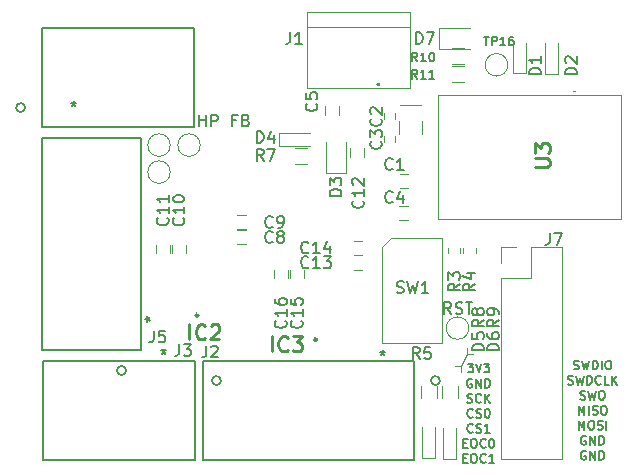
<source format=gbr>
G04 #@! TF.GenerationSoftware,KiCad,Pcbnew,(5.1.2)-1*
G04 #@! TF.CreationDate,2020-12-24T11:55:47-05:00*
G04 #@! TF.ProjectId,Glove PCB,476c6f76-6520-4504-9342-2e6b69636164,rev?*
G04 #@! TF.SameCoordinates,PX1312d00PYb80f240*
G04 #@! TF.FileFunction,Legend,Top*
G04 #@! TF.FilePolarity,Positive*
%FSLAX46Y46*%
G04 Gerber Fmt 4.6, Leading zero omitted, Abs format (unit mm)*
G04 Created by KiCad (PCBNEW (5.1.2)-1) date 2020-12-24 11:55:47*
%MOMM*%
%LPD*%
G04 APERTURE LIST*
%ADD10C,0.120000*%
%ADD11C,0.150000*%
%ADD12C,0.152400*%
%ADD13C,0.250000*%
%ADD14C,0.100000*%
%ADD15C,0.300000*%
%ADD16C,0.254000*%
G04 APERTURE END LIST*
D10*
X35880000Y9104000D02*
X35372000Y9104000D01*
X35880000Y8596000D02*
X35880000Y9104000D01*
X35880000Y9104000D02*
X35880000Y8596000D01*
X36388000Y10120000D02*
X35880000Y9104000D01*
X36896000Y10120000D02*
X36388000Y10120000D01*
X36388000Y10120000D02*
X36896000Y10120000D01*
X36388000Y10628000D02*
X36388000Y10120000D01*
D11*
X45466714Y8815429D02*
X45573857Y8779715D01*
X45752428Y8779715D01*
X45823857Y8815429D01*
X45859571Y8851143D01*
X45895285Y8922572D01*
X45895285Y8994000D01*
X45859571Y9065429D01*
X45823857Y9101143D01*
X45752428Y9136858D01*
X45609571Y9172572D01*
X45538142Y9208286D01*
X45502428Y9244000D01*
X45466714Y9315429D01*
X45466714Y9386858D01*
X45502428Y9458286D01*
X45538142Y9494000D01*
X45609571Y9529715D01*
X45788142Y9529715D01*
X45895285Y9494000D01*
X46145285Y9529715D02*
X46323857Y8779715D01*
X46466714Y9315429D01*
X46609571Y8779715D01*
X46788142Y9529715D01*
X47073857Y8779715D02*
X47073857Y9529715D01*
X47252428Y9529715D01*
X47359571Y9494000D01*
X47431000Y9422572D01*
X47466714Y9351143D01*
X47502428Y9208286D01*
X47502428Y9101143D01*
X47466714Y8958286D01*
X47431000Y8886858D01*
X47359571Y8815429D01*
X47252428Y8779715D01*
X47073857Y8779715D01*
X47823857Y8779715D02*
X47823857Y9529715D01*
X48323857Y9529715D02*
X48466714Y9529715D01*
X48538142Y9494000D01*
X48609571Y9422572D01*
X48645285Y9279715D01*
X48645285Y9029715D01*
X48609571Y8886858D01*
X48538142Y8815429D01*
X48466714Y8779715D01*
X48323857Y8779715D01*
X48252428Y8815429D01*
X48181000Y8886858D01*
X48145285Y9029715D01*
X48145285Y9279715D01*
X48181000Y9422572D01*
X48252428Y9494000D01*
X48323857Y9529715D01*
X44984571Y7540429D02*
X45091714Y7504715D01*
X45270285Y7504715D01*
X45341714Y7540429D01*
X45377428Y7576143D01*
X45413142Y7647572D01*
X45413142Y7719000D01*
X45377428Y7790429D01*
X45341714Y7826143D01*
X45270285Y7861858D01*
X45127428Y7897572D01*
X45056000Y7933286D01*
X45020285Y7969000D01*
X44984571Y8040429D01*
X44984571Y8111858D01*
X45020285Y8183286D01*
X45056000Y8219000D01*
X45127428Y8254715D01*
X45306000Y8254715D01*
X45413142Y8219000D01*
X45663142Y8254715D02*
X45841714Y7504715D01*
X45984571Y8040429D01*
X46127428Y7504715D01*
X46306000Y8254715D01*
X46591714Y7504715D02*
X46591714Y8254715D01*
X46770285Y8254715D01*
X46877428Y8219000D01*
X46948857Y8147572D01*
X46984571Y8076143D01*
X47020285Y7933286D01*
X47020285Y7826143D01*
X46984571Y7683286D01*
X46948857Y7611858D01*
X46877428Y7540429D01*
X46770285Y7504715D01*
X46591714Y7504715D01*
X47770285Y7576143D02*
X47734571Y7540429D01*
X47627428Y7504715D01*
X47556000Y7504715D01*
X47448857Y7540429D01*
X47377428Y7611858D01*
X47341714Y7683286D01*
X47306000Y7826143D01*
X47306000Y7933286D01*
X47341714Y8076143D01*
X47377428Y8147572D01*
X47448857Y8219000D01*
X47556000Y8254715D01*
X47627428Y8254715D01*
X47734571Y8219000D01*
X47770285Y8183286D01*
X48448857Y7504715D02*
X48091714Y7504715D01*
X48091714Y8254715D01*
X48698857Y7504715D02*
X48698857Y8254715D01*
X49127428Y7504715D02*
X48806000Y7933286D01*
X49127428Y8254715D02*
X48698857Y7826143D01*
X46020285Y6265429D02*
X46127428Y6229715D01*
X46306000Y6229715D01*
X46377428Y6265429D01*
X46413142Y6301143D01*
X46448857Y6372572D01*
X46448857Y6444000D01*
X46413142Y6515429D01*
X46377428Y6551143D01*
X46306000Y6586858D01*
X46163142Y6622572D01*
X46091714Y6658286D01*
X46056000Y6694000D01*
X46020285Y6765429D01*
X46020285Y6836858D01*
X46056000Y6908286D01*
X46091714Y6944000D01*
X46163142Y6979715D01*
X46341714Y6979715D01*
X46448857Y6944000D01*
X46698857Y6979715D02*
X46877428Y6229715D01*
X47020285Y6765429D01*
X47163142Y6229715D01*
X47341714Y6979715D01*
X47770285Y6979715D02*
X47913142Y6979715D01*
X47984571Y6944000D01*
X48056000Y6872572D01*
X48091714Y6729715D01*
X48091714Y6479715D01*
X48056000Y6336858D01*
X47984571Y6265429D01*
X47913142Y6229715D01*
X47770285Y6229715D01*
X47698857Y6265429D01*
X47627428Y6336858D01*
X47591714Y6479715D01*
X47591714Y6729715D01*
X47627428Y6872572D01*
X47698857Y6944000D01*
X47770285Y6979715D01*
X45877428Y4954715D02*
X45877428Y5704715D01*
X46127428Y5169000D01*
X46377428Y5704715D01*
X46377428Y4954715D01*
X46734571Y4954715D02*
X46734571Y5704715D01*
X47056000Y4990429D02*
X47163142Y4954715D01*
X47341714Y4954715D01*
X47413142Y4990429D01*
X47448857Y5026143D01*
X47484571Y5097572D01*
X47484571Y5169000D01*
X47448857Y5240429D01*
X47413142Y5276143D01*
X47341714Y5311858D01*
X47198857Y5347572D01*
X47127428Y5383286D01*
X47091714Y5419000D01*
X47056000Y5490429D01*
X47056000Y5561858D01*
X47091714Y5633286D01*
X47127428Y5669000D01*
X47198857Y5704715D01*
X47377428Y5704715D01*
X47484571Y5669000D01*
X47948857Y5704715D02*
X48091714Y5704715D01*
X48163142Y5669000D01*
X48234571Y5597572D01*
X48270285Y5454715D01*
X48270285Y5204715D01*
X48234571Y5061858D01*
X48163142Y4990429D01*
X48091714Y4954715D01*
X47948857Y4954715D01*
X47877428Y4990429D01*
X47806000Y5061858D01*
X47770285Y5204715D01*
X47770285Y5454715D01*
X47806000Y5597572D01*
X47877428Y5669000D01*
X47948857Y5704715D01*
X45877428Y3679715D02*
X45877428Y4429715D01*
X46127428Y3894000D01*
X46377428Y4429715D01*
X46377428Y3679715D01*
X46877428Y4429715D02*
X47020285Y4429715D01*
X47091714Y4394000D01*
X47163142Y4322572D01*
X47198857Y4179715D01*
X47198857Y3929715D01*
X47163142Y3786858D01*
X47091714Y3715429D01*
X47020285Y3679715D01*
X46877428Y3679715D01*
X46806000Y3715429D01*
X46734571Y3786858D01*
X46698857Y3929715D01*
X46698857Y4179715D01*
X46734571Y4322572D01*
X46806000Y4394000D01*
X46877428Y4429715D01*
X47484571Y3715429D02*
X47591714Y3679715D01*
X47770285Y3679715D01*
X47841714Y3715429D01*
X47877428Y3751143D01*
X47913142Y3822572D01*
X47913142Y3894000D01*
X47877428Y3965429D01*
X47841714Y4001143D01*
X47770285Y4036858D01*
X47627428Y4072572D01*
X47556000Y4108286D01*
X47520285Y4144000D01*
X47484571Y4215429D01*
X47484571Y4286858D01*
X47520285Y4358286D01*
X47556000Y4394000D01*
X47627428Y4429715D01*
X47806000Y4429715D01*
X47913142Y4394000D01*
X48234571Y3679715D02*
X48234571Y4429715D01*
X46484571Y3119000D02*
X46413142Y3154715D01*
X46306000Y3154715D01*
X46198857Y3119000D01*
X46127428Y3047572D01*
X46091714Y2976143D01*
X46056000Y2833286D01*
X46056000Y2726143D01*
X46091714Y2583286D01*
X46127428Y2511858D01*
X46198857Y2440429D01*
X46306000Y2404715D01*
X46377428Y2404715D01*
X46484571Y2440429D01*
X46520285Y2476143D01*
X46520285Y2726143D01*
X46377428Y2726143D01*
X46841714Y2404715D02*
X46841714Y3154715D01*
X47270285Y2404715D01*
X47270285Y3154715D01*
X47627428Y2404715D02*
X47627428Y3154715D01*
X47806000Y3154715D01*
X47913142Y3119000D01*
X47984571Y3047572D01*
X48020285Y2976143D01*
X48056000Y2833286D01*
X48056000Y2726143D01*
X48020285Y2583286D01*
X47984571Y2511858D01*
X47913142Y2440429D01*
X47806000Y2404715D01*
X47627428Y2404715D01*
X46484571Y1844000D02*
X46413142Y1879715D01*
X46306000Y1879715D01*
X46198857Y1844000D01*
X46127428Y1772572D01*
X46091714Y1701143D01*
X46056000Y1558286D01*
X46056000Y1451143D01*
X46091714Y1308286D01*
X46127428Y1236858D01*
X46198857Y1165429D01*
X46306000Y1129715D01*
X46377428Y1129715D01*
X46484571Y1165429D01*
X46520285Y1201143D01*
X46520285Y1451143D01*
X46377428Y1451143D01*
X46841714Y1129715D02*
X46841714Y1879715D01*
X47270285Y1129715D01*
X47270285Y1879715D01*
X47627428Y1129715D02*
X47627428Y1879715D01*
X47806000Y1879715D01*
X47913142Y1844000D01*
X47984571Y1772572D01*
X48020285Y1701143D01*
X48056000Y1558286D01*
X48056000Y1451143D01*
X48020285Y1308286D01*
X47984571Y1236858D01*
X47913142Y1165429D01*
X47806000Y1129715D01*
X47627428Y1129715D01*
X36475428Y9275715D02*
X36939714Y9275715D01*
X36689714Y8990000D01*
X36796857Y8990000D01*
X36868285Y8954286D01*
X36904000Y8918572D01*
X36939714Y8847143D01*
X36939714Y8668572D01*
X36904000Y8597143D01*
X36868285Y8561429D01*
X36796857Y8525715D01*
X36582571Y8525715D01*
X36511142Y8561429D01*
X36475428Y8597143D01*
X37154000Y9275715D02*
X37404000Y8525715D01*
X37654000Y9275715D01*
X37832571Y9275715D02*
X38296857Y9275715D01*
X38046857Y8990000D01*
X38154000Y8990000D01*
X38225428Y8954286D01*
X38261142Y8918572D01*
X38296857Y8847143D01*
X38296857Y8668572D01*
X38261142Y8597143D01*
X38225428Y8561429D01*
X38154000Y8525715D01*
X37939714Y8525715D01*
X37868285Y8561429D01*
X37832571Y8597143D01*
X36832571Y7965000D02*
X36761142Y8000715D01*
X36654000Y8000715D01*
X36546857Y7965000D01*
X36475428Y7893572D01*
X36439714Y7822143D01*
X36404000Y7679286D01*
X36404000Y7572143D01*
X36439714Y7429286D01*
X36475428Y7357858D01*
X36546857Y7286429D01*
X36654000Y7250715D01*
X36725428Y7250715D01*
X36832571Y7286429D01*
X36868285Y7322143D01*
X36868285Y7572143D01*
X36725428Y7572143D01*
X37189714Y7250715D02*
X37189714Y8000715D01*
X37618285Y7250715D01*
X37618285Y8000715D01*
X37975428Y7250715D02*
X37975428Y8000715D01*
X38154000Y8000715D01*
X38261142Y7965000D01*
X38332571Y7893572D01*
X38368285Y7822143D01*
X38404000Y7679286D01*
X38404000Y7572143D01*
X38368285Y7429286D01*
X38332571Y7357858D01*
X38261142Y7286429D01*
X38154000Y7250715D01*
X37975428Y7250715D01*
X36439714Y6011429D02*
X36546857Y5975715D01*
X36725428Y5975715D01*
X36796857Y6011429D01*
X36832571Y6047143D01*
X36868285Y6118572D01*
X36868285Y6190000D01*
X36832571Y6261429D01*
X36796857Y6297143D01*
X36725428Y6332858D01*
X36582571Y6368572D01*
X36511142Y6404286D01*
X36475428Y6440000D01*
X36439714Y6511429D01*
X36439714Y6582858D01*
X36475428Y6654286D01*
X36511142Y6690000D01*
X36582571Y6725715D01*
X36761142Y6725715D01*
X36868285Y6690000D01*
X37618285Y6047143D02*
X37582571Y6011429D01*
X37475428Y5975715D01*
X37404000Y5975715D01*
X37296857Y6011429D01*
X37225428Y6082858D01*
X37189714Y6154286D01*
X37154000Y6297143D01*
X37154000Y6404286D01*
X37189714Y6547143D01*
X37225428Y6618572D01*
X37296857Y6690000D01*
X37404000Y6725715D01*
X37475428Y6725715D01*
X37582571Y6690000D01*
X37618285Y6654286D01*
X37939714Y5975715D02*
X37939714Y6725715D01*
X38368285Y5975715D02*
X38046857Y6404286D01*
X38368285Y6725715D02*
X37939714Y6297143D01*
X36921857Y4772143D02*
X36886142Y4736429D01*
X36779000Y4700715D01*
X36707571Y4700715D01*
X36600428Y4736429D01*
X36529000Y4807858D01*
X36493285Y4879286D01*
X36457571Y5022143D01*
X36457571Y5129286D01*
X36493285Y5272143D01*
X36529000Y5343572D01*
X36600428Y5415000D01*
X36707571Y5450715D01*
X36779000Y5450715D01*
X36886142Y5415000D01*
X36921857Y5379286D01*
X37207571Y4736429D02*
X37314714Y4700715D01*
X37493285Y4700715D01*
X37564714Y4736429D01*
X37600428Y4772143D01*
X37636142Y4843572D01*
X37636142Y4915000D01*
X37600428Y4986429D01*
X37564714Y5022143D01*
X37493285Y5057858D01*
X37350428Y5093572D01*
X37279000Y5129286D01*
X37243285Y5165000D01*
X37207571Y5236429D01*
X37207571Y5307858D01*
X37243285Y5379286D01*
X37279000Y5415000D01*
X37350428Y5450715D01*
X37529000Y5450715D01*
X37636142Y5415000D01*
X38100428Y5450715D02*
X38171857Y5450715D01*
X38243285Y5415000D01*
X38279000Y5379286D01*
X38314714Y5307858D01*
X38350428Y5165000D01*
X38350428Y4986429D01*
X38314714Y4843572D01*
X38279000Y4772143D01*
X38243285Y4736429D01*
X38171857Y4700715D01*
X38100428Y4700715D01*
X38029000Y4736429D01*
X37993285Y4772143D01*
X37957571Y4843572D01*
X37921857Y4986429D01*
X37921857Y5165000D01*
X37957571Y5307858D01*
X37993285Y5379286D01*
X38029000Y5415000D01*
X38100428Y5450715D01*
X36921857Y3497143D02*
X36886142Y3461429D01*
X36779000Y3425715D01*
X36707571Y3425715D01*
X36600428Y3461429D01*
X36529000Y3532858D01*
X36493285Y3604286D01*
X36457571Y3747143D01*
X36457571Y3854286D01*
X36493285Y3997143D01*
X36529000Y4068572D01*
X36600428Y4140000D01*
X36707571Y4175715D01*
X36779000Y4175715D01*
X36886142Y4140000D01*
X36921857Y4104286D01*
X37207571Y3461429D02*
X37314714Y3425715D01*
X37493285Y3425715D01*
X37564714Y3461429D01*
X37600428Y3497143D01*
X37636142Y3568572D01*
X37636142Y3640000D01*
X37600428Y3711429D01*
X37564714Y3747143D01*
X37493285Y3782858D01*
X37350428Y3818572D01*
X37279000Y3854286D01*
X37243285Y3890000D01*
X37207571Y3961429D01*
X37207571Y4032858D01*
X37243285Y4104286D01*
X37279000Y4140000D01*
X37350428Y4175715D01*
X37529000Y4175715D01*
X37636142Y4140000D01*
X38350428Y3425715D02*
X37921857Y3425715D01*
X38136142Y3425715D02*
X38136142Y4175715D01*
X38064714Y4068572D01*
X37993285Y3997143D01*
X37921857Y3961429D01*
X36118285Y2543572D02*
X36368285Y2543572D01*
X36475428Y2150715D02*
X36118285Y2150715D01*
X36118285Y2900715D01*
X36475428Y2900715D01*
X36939714Y2900715D02*
X37082571Y2900715D01*
X37154000Y2865000D01*
X37225428Y2793572D01*
X37261142Y2650715D01*
X37261142Y2400715D01*
X37225428Y2257858D01*
X37154000Y2186429D01*
X37082571Y2150715D01*
X36939714Y2150715D01*
X36868285Y2186429D01*
X36796857Y2257858D01*
X36761142Y2400715D01*
X36761142Y2650715D01*
X36796857Y2793572D01*
X36868285Y2865000D01*
X36939714Y2900715D01*
X38011142Y2222143D02*
X37975428Y2186429D01*
X37868285Y2150715D01*
X37796857Y2150715D01*
X37689714Y2186429D01*
X37618285Y2257858D01*
X37582571Y2329286D01*
X37546857Y2472143D01*
X37546857Y2579286D01*
X37582571Y2722143D01*
X37618285Y2793572D01*
X37689714Y2865000D01*
X37796857Y2900715D01*
X37868285Y2900715D01*
X37975428Y2865000D01*
X38011142Y2829286D01*
X38475428Y2900715D02*
X38546857Y2900715D01*
X38618285Y2865000D01*
X38654000Y2829286D01*
X38689714Y2757858D01*
X38725428Y2615000D01*
X38725428Y2436429D01*
X38689714Y2293572D01*
X38654000Y2222143D01*
X38618285Y2186429D01*
X38546857Y2150715D01*
X38475428Y2150715D01*
X38404000Y2186429D01*
X38368285Y2222143D01*
X38332571Y2293572D01*
X38296857Y2436429D01*
X38296857Y2615000D01*
X38332571Y2757858D01*
X38368285Y2829286D01*
X38404000Y2865000D01*
X38475428Y2900715D01*
X36118285Y1268572D02*
X36368285Y1268572D01*
X36475428Y875715D02*
X36118285Y875715D01*
X36118285Y1625715D01*
X36475428Y1625715D01*
X36939714Y1625715D02*
X37082571Y1625715D01*
X37154000Y1590000D01*
X37225428Y1518572D01*
X37261142Y1375715D01*
X37261142Y1125715D01*
X37225428Y982858D01*
X37154000Y911429D01*
X37082571Y875715D01*
X36939714Y875715D01*
X36868285Y911429D01*
X36796857Y982858D01*
X36761142Y1125715D01*
X36761142Y1375715D01*
X36796857Y1518572D01*
X36868285Y1590000D01*
X36939714Y1625715D01*
X38011142Y947143D02*
X37975428Y911429D01*
X37868285Y875715D01*
X37796857Y875715D01*
X37689714Y911429D01*
X37618285Y982858D01*
X37582571Y1054286D01*
X37546857Y1197143D01*
X37546857Y1304286D01*
X37582571Y1447143D01*
X37618285Y1518572D01*
X37689714Y1590000D01*
X37796857Y1625715D01*
X37868285Y1625715D01*
X37975428Y1590000D01*
X38011142Y1554286D01*
X38725428Y875715D02*
X38296857Y875715D01*
X38511142Y875715D02*
X38511142Y1625715D01*
X38439714Y1518572D01*
X38368285Y1447143D01*
X38296857Y1411429D01*
D12*
X7559000Y8686500D02*
G75*
G03X7559000Y8686500I-381000J0D01*
G01*
X451001Y10464500D02*
X8807601Y10464500D01*
X451001Y28371500D02*
X451001Y10464500D01*
X8807601Y28371500D02*
X451001Y28371500D01*
X8807601Y10464500D02*
X8807601Y28371500D01*
D10*
X32585000Y29800000D02*
X32585000Y28700000D01*
X30685000Y29800000D02*
X30685000Y28700000D01*
X32535000Y31200000D02*
X30735000Y31200000D01*
X36182000Y33143000D02*
X35182000Y33143000D01*
X35182000Y34503000D02*
X36182000Y34503000D01*
X35182000Y35966500D02*
X36182000Y35966500D01*
X36182000Y34606500D02*
X35182000Y34606500D01*
X34298300Y6353400D02*
X34298300Y7353400D01*
X35658300Y7353400D02*
X35658300Y6353400D01*
X32520300Y6353400D02*
X32520300Y7353400D01*
X33880300Y7353400D02*
X33880300Y6353400D01*
X22875000Y26204000D02*
X21875000Y26204000D01*
X21875000Y27564000D02*
X22875000Y27564000D01*
X34798500Y19093000D02*
X34798500Y18653000D01*
X35818500Y19093000D02*
X35818500Y18653000D01*
D12*
X34138500Y7834000D02*
G75*
G03X34138500Y7834000I-381000J0D01*
G01*
X31979500Y1107001D02*
X31979500Y9463601D01*
X14072500Y1107001D02*
X31979500Y1107001D01*
X14072500Y9463601D02*
X14072500Y1107001D01*
X31979500Y9463601D02*
X14072500Y9463601D01*
D13*
X13689000Y13366000D02*
G75*
G03X13689000Y13366000I-125000J0D01*
G01*
D10*
X29204000Y19150000D02*
X30004000Y19950000D01*
X30004000Y19950000D02*
X34304000Y19950000D01*
X34304000Y19950000D02*
X34304000Y11050000D01*
X34304000Y11050000D02*
X29204000Y11050000D01*
X29204000Y11050000D02*
X29204000Y19150000D01*
X26851200Y19678000D02*
X27551200Y19678000D01*
X27551200Y18478000D02*
X26851200Y18478000D01*
X20075000Y16513000D02*
X20075000Y17213000D01*
X21275000Y17213000D02*
X21275000Y16513000D01*
X27551200Y17228000D02*
X26851200Y17228000D01*
X26851200Y18428000D02*
X27551200Y18428000D01*
X21437000Y16513000D02*
X21437000Y17213000D01*
X22637000Y17213000D02*
X22637000Y16513000D01*
X26550000Y26800000D02*
X26550000Y27500000D01*
X27750000Y27500000D02*
X27750000Y26800000D01*
D12*
X410500Y29318399D02*
X13317500Y29318399D01*
X13317500Y29318399D02*
X13317500Y37674999D01*
X13317500Y37674999D02*
X410500Y37674999D01*
X410500Y37674999D02*
X410500Y29318399D01*
X-986500Y30948000D02*
G75*
G03X-986500Y30948000I-381000J0D01*
G01*
X15596500Y7834000D02*
G75*
G03X15596500Y7834000I-381000J0D01*
G01*
X13437500Y1107001D02*
X13437500Y9463601D01*
X530500Y1107001D02*
X13437500Y1107001D01*
X530500Y9463601D02*
X530500Y1107001D01*
X13437500Y9463601D02*
X530500Y9463601D01*
D14*
X45550000Y32350000D02*
G75*
G02X45450000Y32350000I-50000J0D01*
G01*
X45450000Y32350000D02*
G75*
G02X45550000Y32350000I50000J0D01*
G01*
X45450000Y32350000D02*
X45450000Y32350000D01*
X45550000Y32350000D02*
X45550000Y32350000D01*
X34000000Y32000000D02*
X49500000Y32000000D01*
X34000000Y21500000D02*
X34000000Y32000000D01*
X49500000Y21500000D02*
X34000000Y21500000D01*
X49500000Y32000000D02*
X49500000Y21500000D01*
D10*
X34094500Y37650000D02*
X36644500Y37650000D01*
X34094500Y35950000D02*
X36644500Y35950000D01*
X34094500Y37650000D02*
X34094500Y35950000D01*
X24500000Y25450000D02*
X24500000Y28000000D01*
X26200000Y25450000D02*
X26200000Y28000000D01*
X24500000Y25450000D02*
X26200000Y25450000D01*
X31470000Y24125000D02*
X30770000Y24125000D01*
X30770000Y25325000D02*
X31470000Y25325000D01*
X30704000Y22658000D02*
X31404000Y22658000D01*
X31404000Y21458000D02*
X30704000Y21458000D01*
X24400000Y30350000D02*
X24400000Y31050000D01*
X25600000Y31050000D02*
X25600000Y30350000D01*
X16988000Y20562500D02*
X17688000Y20562500D01*
X17688000Y19362500D02*
X16988000Y19362500D01*
X16988000Y21832500D02*
X17688000Y21832500D01*
X17688000Y20632500D02*
X16988000Y20632500D01*
X12638000Y19299000D02*
X12638000Y18599000D01*
X11438000Y18599000D02*
X11438000Y19299000D01*
X11288000Y19299000D02*
X11288000Y18599000D01*
X10088000Y18599000D02*
X10088000Y19299000D01*
X40283000Y33850000D02*
X41383000Y33850000D01*
X41383000Y33850000D02*
X41383000Y36450000D01*
X40283000Y33850000D02*
X40283000Y36450000D01*
X43013500Y33804000D02*
X44113500Y33804000D01*
X44113500Y33804000D02*
X44113500Y36404000D01*
X43013500Y33804000D02*
X43013500Y36404000D01*
X20534000Y28831000D02*
X20534000Y27731000D01*
X20534000Y27731000D02*
X23134000Y27731000D01*
X20534000Y28831000D02*
X23134000Y28831000D01*
X32650300Y1296900D02*
X33750300Y1296900D01*
X33750300Y1296900D02*
X33750300Y3896900D01*
X32650300Y1296900D02*
X32650300Y3896900D01*
X34428300Y1212900D02*
X35528300Y1212900D01*
X35528300Y1212900D02*
X35528300Y3812900D01*
X34428300Y1212900D02*
X34428300Y3812900D01*
D13*
X23722000Y11308600D02*
G75*
G03X23722000Y11308600I-125000J0D01*
G01*
D10*
X31600000Y39030000D02*
X31600000Y32620000D01*
X22900000Y37800000D02*
X31600000Y37800000D01*
X22900000Y32620000D02*
X22900000Y39030000D01*
X31600000Y32620000D02*
X22900000Y32620000D01*
X31600000Y39030000D02*
X22900000Y39030000D01*
D15*
X28920318Y32899420D02*
G75*
G03X28920318Y32899420I-9158J0D01*
G01*
D10*
X36132000Y19093000D02*
X36132000Y18653000D01*
X37152000Y19093000D02*
X37152000Y18653000D01*
X39878000Y34567500D02*
G75*
G03X39878000Y34567500I-950000J0D01*
G01*
X13843000Y27773000D02*
G75*
G03X13843000Y27773000I-950000J0D01*
G01*
X11303000Y25487000D02*
G75*
G03X11303000Y25487000I-950000J0D01*
G01*
X11303000Y27773000D02*
G75*
G03X11303000Y27773000I-950000J0D01*
G01*
X39274400Y1220800D02*
X44474400Y1220800D01*
X39274400Y16520800D02*
X39274400Y1220800D01*
X44474400Y19120800D02*
X44474400Y1220800D01*
X39274400Y16520800D02*
X41874400Y16520800D01*
X41874400Y16520800D02*
X41874400Y19120800D01*
X41874400Y19120800D02*
X44474400Y19120800D01*
X39274400Y17790800D02*
X39274400Y19120800D01*
X39274400Y19120800D02*
X40604400Y19120800D01*
X30355000Y29989500D02*
X30355000Y30489500D01*
X29415000Y30489500D02*
X29415000Y29989500D01*
X30355000Y28010500D02*
X30355000Y28510500D01*
X29415000Y28510500D02*
X29415000Y28010500D01*
X36576000Y12279000D02*
G75*
G03X36576000Y12279000I-950000J0D01*
G01*
D11*
X9892666Y12064620D02*
X9892666Y11350334D01*
X9845047Y11207477D01*
X9749809Y11112239D01*
X9606952Y11064620D01*
X9511714Y11064620D01*
X10845047Y12064620D02*
X10368857Y12064620D01*
X10321238Y11588429D01*
X10368857Y11636048D01*
X10464095Y11683667D01*
X10702190Y11683667D01*
X10797428Y11636048D01*
X10845047Y11588429D01*
X10892666Y11493191D01*
X10892666Y11255096D01*
X10845047Y11159858D01*
X10797428Y11112239D01*
X10702190Y11064620D01*
X10464095Y11064620D01*
X10368857Y11112239D01*
X10321238Y11159858D01*
X9170380Y13041000D02*
X9408476Y13041000D01*
X9313238Y12802905D02*
X9408476Y13041000D01*
X9313238Y13279096D01*
X9598952Y12898143D02*
X9408476Y13041000D01*
X9598952Y13183858D01*
X32222857Y33402715D02*
X31972857Y33759858D01*
X31794285Y33402715D02*
X31794285Y34152715D01*
X32080000Y34152715D01*
X32151428Y34117000D01*
X32187142Y34081286D01*
X32222857Y34009858D01*
X32222857Y33902715D01*
X32187142Y33831286D01*
X32151428Y33795572D01*
X32080000Y33759858D01*
X31794285Y33759858D01*
X32937142Y33402715D02*
X32508571Y33402715D01*
X32722857Y33402715D02*
X32722857Y34152715D01*
X32651428Y34045572D01*
X32580000Y33974143D01*
X32508571Y33938429D01*
X33651428Y33402715D02*
X33222857Y33402715D01*
X33437142Y33402715D02*
X33437142Y34152715D01*
X33365714Y34045572D01*
X33294285Y33974143D01*
X33222857Y33938429D01*
X32222857Y34863215D02*
X31972857Y35220358D01*
X31794285Y34863215D02*
X31794285Y35613215D01*
X32080000Y35613215D01*
X32151428Y35577500D01*
X32187142Y35541786D01*
X32222857Y35470358D01*
X32222857Y35363215D01*
X32187142Y35291786D01*
X32151428Y35256072D01*
X32080000Y35220358D01*
X31794285Y35220358D01*
X32937142Y34863215D02*
X32508571Y34863215D01*
X32722857Y34863215D02*
X32722857Y35613215D01*
X32651428Y35506072D01*
X32580000Y35434643D01*
X32508571Y35398929D01*
X33401428Y35613215D02*
X33472857Y35613215D01*
X33544285Y35577500D01*
X33580000Y35541786D01*
X33615714Y35470358D01*
X33651428Y35327500D01*
X33651428Y35148929D01*
X33615714Y35006072D01*
X33580000Y34934643D01*
X33544285Y34898929D01*
X33472857Y34863215D01*
X33401428Y34863215D01*
X33330000Y34898929D01*
X33294285Y34934643D01*
X33258571Y35006072D01*
X33222857Y35148929D01*
X33222857Y35327500D01*
X33258571Y35470358D01*
X33294285Y35541786D01*
X33330000Y35577500D01*
X33401428Y35613215D01*
X39126380Y13001334D02*
X38650190Y12668000D01*
X39126380Y12429905D02*
X38126380Y12429905D01*
X38126380Y12810858D01*
X38174000Y12906096D01*
X38221619Y12953715D01*
X38316857Y13001334D01*
X38459714Y13001334D01*
X38554952Y12953715D01*
X38602571Y12906096D01*
X38650190Y12810858D01*
X38650190Y12429905D01*
X39126380Y13477524D02*
X39126380Y13668000D01*
X39078761Y13763239D01*
X39031142Y13810858D01*
X38888285Y13906096D01*
X38697809Y13953715D01*
X38316857Y13953715D01*
X38221619Y13906096D01*
X38174000Y13858477D01*
X38126380Y13763239D01*
X38126380Y13572762D01*
X38174000Y13477524D01*
X38221619Y13429905D01*
X38316857Y13382286D01*
X38554952Y13382286D01*
X38650190Y13429905D01*
X38697809Y13477524D01*
X38745428Y13572762D01*
X38745428Y13763239D01*
X38697809Y13858477D01*
X38650190Y13906096D01*
X38554952Y13953715D01*
X37856380Y13001334D02*
X37380190Y12668000D01*
X37856380Y12429905D02*
X36856380Y12429905D01*
X36856380Y12810858D01*
X36904000Y12906096D01*
X36951619Y12953715D01*
X37046857Y13001334D01*
X37189714Y13001334D01*
X37284952Y12953715D01*
X37332571Y12906096D01*
X37380190Y12810858D01*
X37380190Y12429905D01*
X37284952Y13572762D02*
X37237333Y13477524D01*
X37189714Y13429905D01*
X37094476Y13382286D01*
X37046857Y13382286D01*
X36951619Y13429905D01*
X36904000Y13477524D01*
X36856380Y13572762D01*
X36856380Y13763239D01*
X36904000Y13858477D01*
X36951619Y13906096D01*
X37046857Y13953715D01*
X37094476Y13953715D01*
X37189714Y13906096D01*
X37237333Y13858477D01*
X37284952Y13763239D01*
X37284952Y13572762D01*
X37332571Y13477524D01*
X37380190Y13429905D01*
X37475428Y13382286D01*
X37665904Y13382286D01*
X37761142Y13429905D01*
X37808761Y13477524D01*
X37856380Y13572762D01*
X37856380Y13763239D01*
X37808761Y13858477D01*
X37761142Y13906096D01*
X37665904Y13953715D01*
X37475428Y13953715D01*
X37380190Y13906096D01*
X37332571Y13858477D01*
X37284952Y13763239D01*
X19203333Y26431620D02*
X18870000Y26907810D01*
X18631904Y26431620D02*
X18631904Y27431620D01*
X19012857Y27431620D01*
X19108095Y27384000D01*
X19155714Y27336381D01*
X19203333Y27241143D01*
X19203333Y27098286D01*
X19155714Y27003048D01*
X19108095Y26955429D01*
X19012857Y26907810D01*
X18631904Y26907810D01*
X19536666Y27431620D02*
X20203333Y27431620D01*
X19774761Y26431620D01*
X32411333Y9667620D02*
X32078000Y10143810D01*
X31839904Y9667620D02*
X31839904Y10667620D01*
X32220857Y10667620D01*
X32316095Y10620000D01*
X32363714Y10572381D01*
X32411333Y10477143D01*
X32411333Y10334286D01*
X32363714Y10239048D01*
X32316095Y10191429D01*
X32220857Y10143810D01*
X31839904Y10143810D01*
X33316095Y10667620D02*
X32839904Y10667620D01*
X32792285Y10191429D01*
X32839904Y10239048D01*
X32935142Y10286667D01*
X33173238Y10286667D01*
X33268476Y10239048D01*
X33316095Y10191429D01*
X33363714Y10096191D01*
X33363714Y9858096D01*
X33316095Y9762858D01*
X33268476Y9715239D01*
X33173238Y9667620D01*
X32935142Y9667620D01*
X32839904Y9715239D01*
X32792285Y9762858D01*
X35824380Y16049334D02*
X35348190Y15716000D01*
X35824380Y15477905D02*
X34824380Y15477905D01*
X34824380Y15858858D01*
X34872000Y15954096D01*
X34919619Y16001715D01*
X35014857Y16049334D01*
X35157714Y16049334D01*
X35252952Y16001715D01*
X35300571Y15954096D01*
X35348190Y15858858D01*
X35348190Y15477905D01*
X34824380Y16382667D02*
X34824380Y17001715D01*
X35205333Y16668381D01*
X35205333Y16811239D01*
X35252952Y16906477D01*
X35300571Y16954096D01*
X35395809Y17001715D01*
X35633904Y17001715D01*
X35729142Y16954096D01*
X35776761Y16906477D01*
X35824380Y16811239D01*
X35824380Y16525524D01*
X35776761Y16430286D01*
X35729142Y16382667D01*
X14337666Y10794620D02*
X14337666Y10080334D01*
X14290047Y9937477D01*
X14194809Y9842239D01*
X14051952Y9794620D01*
X13956714Y9794620D01*
X14766238Y10699381D02*
X14813857Y10747000D01*
X14909095Y10794620D01*
X15147190Y10794620D01*
X15242428Y10747000D01*
X15290047Y10699381D01*
X15337666Y10604143D01*
X15337666Y10508905D01*
X15290047Y10366048D01*
X14718619Y9794620D01*
X15337666Y9794620D01*
X29276000Y10413620D02*
X29276000Y10175524D01*
X29037904Y10270762D02*
X29276000Y10175524D01*
X29514095Y10270762D01*
X29133142Y9985048D02*
X29276000Y10175524D01*
X29418857Y9985048D01*
D16*
X12923238Y11323477D02*
X12923238Y12593477D01*
X14253714Y11444429D02*
X14193238Y11383953D01*
X14011809Y11323477D01*
X13890857Y11323477D01*
X13709428Y11383953D01*
X13588476Y11504905D01*
X13528000Y11625858D01*
X13467523Y11867762D01*
X13467523Y12049191D01*
X13528000Y12291096D01*
X13588476Y12412048D01*
X13709428Y12533000D01*
X13890857Y12593477D01*
X14011809Y12593477D01*
X14193238Y12533000D01*
X14253714Y12472524D01*
X14737523Y12472524D02*
X14798000Y12533000D01*
X14918952Y12593477D01*
X15221333Y12593477D01*
X15342285Y12533000D01*
X15402761Y12472524D01*
X15463238Y12351572D01*
X15463238Y12230620D01*
X15402761Y12049191D01*
X14677047Y11323477D01*
X15463238Y11323477D01*
D11*
X30482666Y15303239D02*
X30625523Y15255620D01*
X30863619Y15255620D01*
X30958857Y15303239D01*
X31006476Y15350858D01*
X31054095Y15446096D01*
X31054095Y15541334D01*
X31006476Y15636572D01*
X30958857Y15684191D01*
X30863619Y15731810D01*
X30673142Y15779429D01*
X30577904Y15827048D01*
X30530285Y15874667D01*
X30482666Y15969905D01*
X30482666Y16065143D01*
X30530285Y16160381D01*
X30577904Y16208000D01*
X30673142Y16255620D01*
X30911238Y16255620D01*
X31054095Y16208000D01*
X31387428Y16255620D02*
X31625523Y15255620D01*
X31816000Y15969905D01*
X32006476Y15255620D01*
X32244571Y16255620D01*
X33149333Y15255620D02*
X32577904Y15255620D01*
X32863619Y15255620D02*
X32863619Y16255620D01*
X32768380Y16112762D01*
X32673142Y16017524D01*
X32577904Y15969905D01*
X23002342Y18700858D02*
X22954723Y18653239D01*
X22811866Y18605620D01*
X22716628Y18605620D01*
X22573771Y18653239D01*
X22478533Y18748477D01*
X22430914Y18843715D01*
X22383295Y19034191D01*
X22383295Y19177048D01*
X22430914Y19367524D01*
X22478533Y19462762D01*
X22573771Y19558000D01*
X22716628Y19605620D01*
X22811866Y19605620D01*
X22954723Y19558000D01*
X23002342Y19510381D01*
X23954723Y18605620D02*
X23383295Y18605620D01*
X23669009Y18605620D02*
X23669009Y19605620D01*
X23573771Y19462762D01*
X23478533Y19367524D01*
X23383295Y19319905D01*
X24811866Y19272286D02*
X24811866Y18605620D01*
X24573771Y19653239D02*
X24335676Y18938953D01*
X24954723Y18938953D01*
X21052142Y12918143D02*
X21099761Y12870524D01*
X21147380Y12727667D01*
X21147380Y12632429D01*
X21099761Y12489572D01*
X21004523Y12394334D01*
X20909285Y12346715D01*
X20718809Y12299096D01*
X20575952Y12299096D01*
X20385476Y12346715D01*
X20290238Y12394334D01*
X20195000Y12489572D01*
X20147380Y12632429D01*
X20147380Y12727667D01*
X20195000Y12870524D01*
X20242619Y12918143D01*
X21147380Y13870524D02*
X21147380Y13299096D01*
X21147380Y13584810D02*
X20147380Y13584810D01*
X20290238Y13489572D01*
X20385476Y13394334D01*
X20433095Y13299096D01*
X20147380Y14727667D02*
X20147380Y14537191D01*
X20195000Y14441953D01*
X20242619Y14394334D01*
X20385476Y14299096D01*
X20575952Y14251477D01*
X20956904Y14251477D01*
X21052142Y14299096D01*
X21099761Y14346715D01*
X21147380Y14441953D01*
X21147380Y14632429D01*
X21099761Y14727667D01*
X21052142Y14775286D01*
X20956904Y14822905D01*
X20718809Y14822905D01*
X20623571Y14775286D01*
X20575952Y14727667D01*
X20528333Y14632429D01*
X20528333Y14441953D01*
X20575952Y14346715D01*
X20623571Y14299096D01*
X20718809Y14251477D01*
X23002342Y17450858D02*
X22954723Y17403239D01*
X22811866Y17355620D01*
X22716628Y17355620D01*
X22573771Y17403239D01*
X22478533Y17498477D01*
X22430914Y17593715D01*
X22383295Y17784191D01*
X22383295Y17927048D01*
X22430914Y18117524D01*
X22478533Y18212762D01*
X22573771Y18308000D01*
X22716628Y18355620D01*
X22811866Y18355620D01*
X22954723Y18308000D01*
X23002342Y18260381D01*
X23954723Y17355620D02*
X23383295Y17355620D01*
X23669009Y17355620D02*
X23669009Y18355620D01*
X23573771Y18212762D01*
X23478533Y18117524D01*
X23383295Y18069905D01*
X24288057Y18355620D02*
X24907104Y18355620D01*
X24573771Y17974667D01*
X24716628Y17974667D01*
X24811866Y17927048D01*
X24859485Y17879429D01*
X24907104Y17784191D01*
X24907104Y17546096D01*
X24859485Y17450858D01*
X24811866Y17403239D01*
X24716628Y17355620D01*
X24430914Y17355620D01*
X24335676Y17403239D01*
X24288057Y17450858D01*
X22414142Y12918143D02*
X22461761Y12870524D01*
X22509380Y12727667D01*
X22509380Y12632429D01*
X22461761Y12489572D01*
X22366523Y12394334D01*
X22271285Y12346715D01*
X22080809Y12299096D01*
X21937952Y12299096D01*
X21747476Y12346715D01*
X21652238Y12394334D01*
X21557000Y12489572D01*
X21509380Y12632429D01*
X21509380Y12727667D01*
X21557000Y12870524D01*
X21604619Y12918143D01*
X22509380Y13870524D02*
X22509380Y13299096D01*
X22509380Y13584810D02*
X21509380Y13584810D01*
X21652238Y13489572D01*
X21747476Y13394334D01*
X21795095Y13299096D01*
X21509380Y14775286D02*
X21509380Y14299096D01*
X21985571Y14251477D01*
X21937952Y14299096D01*
X21890333Y14394334D01*
X21890333Y14632429D01*
X21937952Y14727667D01*
X21985571Y14775286D01*
X22080809Y14822905D01*
X22318904Y14822905D01*
X22414142Y14775286D01*
X22461761Y14727667D01*
X22509380Y14632429D01*
X22509380Y14394334D01*
X22461761Y14299096D01*
X22414142Y14251477D01*
X27601142Y23066143D02*
X27648761Y23018524D01*
X27696380Y22875667D01*
X27696380Y22780429D01*
X27648761Y22637572D01*
X27553523Y22542334D01*
X27458285Y22494715D01*
X27267809Y22447096D01*
X27124952Y22447096D01*
X26934476Y22494715D01*
X26839238Y22542334D01*
X26744000Y22637572D01*
X26696380Y22780429D01*
X26696380Y22875667D01*
X26744000Y23018524D01*
X26791619Y23066143D01*
X27696380Y24018524D02*
X27696380Y23447096D01*
X27696380Y23732810D02*
X26696380Y23732810D01*
X26839238Y23637572D01*
X26934476Y23542334D01*
X26982095Y23447096D01*
X26791619Y24399477D02*
X26744000Y24447096D01*
X26696380Y24542334D01*
X26696380Y24780429D01*
X26744000Y24875667D01*
X26791619Y24923286D01*
X26886857Y24970905D01*
X26982095Y24970905D01*
X27124952Y24923286D01*
X27696380Y24351858D01*
X27696380Y24970905D01*
X13718761Y29352620D02*
X13718761Y30352620D01*
X13718761Y29876429D02*
X14290190Y29876429D01*
X14290190Y29352620D02*
X14290190Y30352620D01*
X14766380Y29352620D02*
X14766380Y30352620D01*
X15147333Y30352620D01*
X15242571Y30305000D01*
X15290190Y30257381D01*
X15337809Y30162143D01*
X15337809Y30019286D01*
X15290190Y29924048D01*
X15242571Y29876429D01*
X15147333Y29828810D01*
X14766380Y29828810D01*
X16861619Y29876429D02*
X16528285Y29876429D01*
X16528285Y29352620D02*
X16528285Y30352620D01*
X17004476Y30352620D01*
X17718761Y29876429D02*
X17861619Y29828810D01*
X17909238Y29781191D01*
X17956857Y29685953D01*
X17956857Y29543096D01*
X17909238Y29447858D01*
X17861619Y29400239D01*
X17766380Y29352620D01*
X17385428Y29352620D01*
X17385428Y30352620D01*
X17718761Y30352620D01*
X17814000Y30305000D01*
X17861619Y30257381D01*
X17909238Y30162143D01*
X17909238Y30066905D01*
X17861619Y29971667D01*
X17814000Y29924048D01*
X17718761Y29876429D01*
X17385428Y29876429D01*
X3114000Y31495620D02*
X3114000Y31257524D01*
X2875904Y31352762D02*
X3114000Y31257524D01*
X3352095Y31352762D01*
X2971142Y31067048D02*
X3114000Y31257524D01*
X3256857Y31067048D01*
X12051666Y10921620D02*
X12051666Y10207334D01*
X12004047Y10064477D01*
X11908809Y9969239D01*
X11765952Y9921620D01*
X11670714Y9921620D01*
X12432619Y10921620D02*
X13051666Y10921620D01*
X12718333Y10540667D01*
X12861190Y10540667D01*
X12956428Y10493048D01*
X13004047Y10445429D01*
X13051666Y10350191D01*
X13051666Y10112096D01*
X13004047Y10016858D01*
X12956428Y9969239D01*
X12861190Y9921620D01*
X12575476Y9921620D01*
X12480238Y9969239D01*
X12432619Y10016858D01*
X10734000Y10540620D02*
X10734000Y10302524D01*
X10495904Y10397762D02*
X10734000Y10302524D01*
X10972095Y10397762D01*
X10591142Y10112048D02*
X10734000Y10302524D01*
X10876857Y10112048D01*
D16*
X42169523Y25916381D02*
X43197619Y25916381D01*
X43318571Y25976858D01*
X43379047Y26037334D01*
X43439523Y26158286D01*
X43439523Y26400191D01*
X43379047Y26521143D01*
X43318571Y26581620D01*
X43197619Y26642096D01*
X42169523Y26642096D01*
X42169523Y27125905D02*
X42169523Y27912096D01*
X42653333Y27488762D01*
X42653333Y27670191D01*
X42713809Y27791143D01*
X42774285Y27851620D01*
X42895238Y27912096D01*
X43197619Y27912096D01*
X43318571Y27851620D01*
X43379047Y27791143D01*
X43439523Y27670191D01*
X43439523Y27307334D01*
X43379047Y27186381D01*
X43318571Y27125905D01*
D11*
X32106404Y36347620D02*
X32106404Y37347620D01*
X32344500Y37347620D01*
X32487357Y37300000D01*
X32582595Y37204762D01*
X32630214Y37109524D01*
X32677833Y36919048D01*
X32677833Y36776191D01*
X32630214Y36585715D01*
X32582595Y36490477D01*
X32487357Y36395239D01*
X32344500Y36347620D01*
X32106404Y36347620D01*
X33011166Y37347620D02*
X33677833Y37347620D01*
X33249261Y36347620D01*
X25791380Y23478905D02*
X24791380Y23478905D01*
X24791380Y23717000D01*
X24839000Y23859858D01*
X24934238Y23955096D01*
X25029476Y24002715D01*
X25219952Y24050334D01*
X25362809Y24050334D01*
X25553285Y24002715D01*
X25648523Y23955096D01*
X25743761Y23859858D01*
X25791380Y23717000D01*
X25791380Y23478905D01*
X24791380Y24383667D02*
X24791380Y25002715D01*
X25172333Y24669381D01*
X25172333Y24812239D01*
X25219952Y24907477D01*
X25267571Y24955096D01*
X25362809Y25002715D01*
X25600904Y25002715D01*
X25696142Y24955096D01*
X25743761Y24907477D01*
X25791380Y24812239D01*
X25791380Y24526524D01*
X25743761Y24431286D01*
X25696142Y24383667D01*
X30125333Y25764858D02*
X30077714Y25717239D01*
X29934857Y25669620D01*
X29839619Y25669620D01*
X29696761Y25717239D01*
X29601523Y25812477D01*
X29553904Y25907715D01*
X29506285Y26098191D01*
X29506285Y26241048D01*
X29553904Y26431524D01*
X29601523Y26526762D01*
X29696761Y26622000D01*
X29839619Y26669620D01*
X29934857Y26669620D01*
X30077714Y26622000D01*
X30125333Y26574381D01*
X31077714Y25669620D02*
X30506285Y25669620D01*
X30792000Y25669620D02*
X30792000Y26669620D01*
X30696761Y26526762D01*
X30601523Y26431524D01*
X30506285Y26383905D01*
X30125333Y22970858D02*
X30077714Y22923239D01*
X29934857Y22875620D01*
X29839619Y22875620D01*
X29696761Y22923239D01*
X29601523Y23018477D01*
X29553904Y23113715D01*
X29506285Y23304191D01*
X29506285Y23447048D01*
X29553904Y23637524D01*
X29601523Y23732762D01*
X29696761Y23828000D01*
X29839619Y23875620D01*
X29934857Y23875620D01*
X30077714Y23828000D01*
X30125333Y23780381D01*
X30982476Y23542286D02*
X30982476Y22875620D01*
X30744380Y23923239D02*
X30506285Y23208953D01*
X31125333Y23208953D01*
X23664142Y31289334D02*
X23711761Y31241715D01*
X23759380Y31098858D01*
X23759380Y31003620D01*
X23711761Y30860762D01*
X23616523Y30765524D01*
X23521285Y30717905D01*
X23330809Y30670286D01*
X23187952Y30670286D01*
X22997476Y30717905D01*
X22902238Y30765524D01*
X22807000Y30860762D01*
X22759380Y31003620D01*
X22759380Y31098858D01*
X22807000Y31241715D01*
X22854619Y31289334D01*
X22759380Y32194096D02*
X22759380Y31717905D01*
X23235571Y31670286D01*
X23187952Y31717905D01*
X23140333Y31813143D01*
X23140333Y32051239D01*
X23187952Y32146477D01*
X23235571Y32194096D01*
X23330809Y32241715D01*
X23568904Y32241715D01*
X23664142Y32194096D01*
X23711761Y32146477D01*
X23759380Y32051239D01*
X23759380Y31813143D01*
X23711761Y31717905D01*
X23664142Y31670286D01*
X19965333Y19585358D02*
X19917714Y19537739D01*
X19774857Y19490120D01*
X19679619Y19490120D01*
X19536761Y19537739D01*
X19441523Y19632977D01*
X19393904Y19728215D01*
X19346285Y19918691D01*
X19346285Y20061548D01*
X19393904Y20252024D01*
X19441523Y20347262D01*
X19536761Y20442500D01*
X19679619Y20490120D01*
X19774857Y20490120D01*
X19917714Y20442500D01*
X19965333Y20394881D01*
X20536761Y20061548D02*
X20441523Y20109167D01*
X20393904Y20156786D01*
X20346285Y20252024D01*
X20346285Y20299643D01*
X20393904Y20394881D01*
X20441523Y20442500D01*
X20536761Y20490120D01*
X20727238Y20490120D01*
X20822476Y20442500D01*
X20870095Y20394881D01*
X20917714Y20299643D01*
X20917714Y20252024D01*
X20870095Y20156786D01*
X20822476Y20109167D01*
X20727238Y20061548D01*
X20536761Y20061548D01*
X20441523Y20013929D01*
X20393904Y19966310D01*
X20346285Y19871072D01*
X20346285Y19680596D01*
X20393904Y19585358D01*
X20441523Y19537739D01*
X20536761Y19490120D01*
X20727238Y19490120D01*
X20822476Y19537739D01*
X20870095Y19585358D01*
X20917714Y19680596D01*
X20917714Y19871072D01*
X20870095Y19966310D01*
X20822476Y20013929D01*
X20727238Y20061548D01*
X19965333Y20855358D02*
X19917714Y20807739D01*
X19774857Y20760120D01*
X19679619Y20760120D01*
X19536761Y20807739D01*
X19441523Y20902977D01*
X19393904Y20998215D01*
X19346285Y21188691D01*
X19346285Y21331548D01*
X19393904Y21522024D01*
X19441523Y21617262D01*
X19536761Y21712500D01*
X19679619Y21760120D01*
X19774857Y21760120D01*
X19917714Y21712500D01*
X19965333Y21664881D01*
X20441523Y20760120D02*
X20632000Y20760120D01*
X20727238Y20807739D01*
X20774857Y20855358D01*
X20870095Y20998215D01*
X20917714Y21188691D01*
X20917714Y21569643D01*
X20870095Y21664881D01*
X20822476Y21712500D01*
X20727238Y21760120D01*
X20536761Y21760120D01*
X20441523Y21712500D01*
X20393904Y21664881D01*
X20346285Y21569643D01*
X20346285Y21331548D01*
X20393904Y21236310D01*
X20441523Y21188691D01*
X20536761Y21141072D01*
X20727238Y21141072D01*
X20822476Y21188691D01*
X20870095Y21236310D01*
X20917714Y21331548D01*
X12415142Y21608143D02*
X12462761Y21560524D01*
X12510380Y21417667D01*
X12510380Y21322429D01*
X12462761Y21179572D01*
X12367523Y21084334D01*
X12272285Y21036715D01*
X12081809Y20989096D01*
X11938952Y20989096D01*
X11748476Y21036715D01*
X11653238Y21084334D01*
X11558000Y21179572D01*
X11510380Y21322429D01*
X11510380Y21417667D01*
X11558000Y21560524D01*
X11605619Y21608143D01*
X12510380Y22560524D02*
X12510380Y21989096D01*
X12510380Y22274810D02*
X11510380Y22274810D01*
X11653238Y22179572D01*
X11748476Y22084334D01*
X11796095Y21989096D01*
X11510380Y23179572D02*
X11510380Y23274810D01*
X11558000Y23370048D01*
X11605619Y23417667D01*
X11700857Y23465286D01*
X11891333Y23512905D01*
X12129428Y23512905D01*
X12319904Y23465286D01*
X12415142Y23417667D01*
X12462761Y23370048D01*
X12510380Y23274810D01*
X12510380Y23179572D01*
X12462761Y23084334D01*
X12415142Y23036715D01*
X12319904Y22989096D01*
X12129428Y22941477D01*
X11891333Y22941477D01*
X11700857Y22989096D01*
X11605619Y23036715D01*
X11558000Y23084334D01*
X11510380Y23179572D01*
X11065142Y21608143D02*
X11112761Y21560524D01*
X11160380Y21417667D01*
X11160380Y21322429D01*
X11112761Y21179572D01*
X11017523Y21084334D01*
X10922285Y21036715D01*
X10731809Y20989096D01*
X10588952Y20989096D01*
X10398476Y21036715D01*
X10303238Y21084334D01*
X10208000Y21179572D01*
X10160380Y21322429D01*
X10160380Y21417667D01*
X10208000Y21560524D01*
X10255619Y21608143D01*
X11160380Y22560524D02*
X11160380Y21989096D01*
X11160380Y22274810D02*
X10160380Y22274810D01*
X10303238Y22179572D01*
X10398476Y22084334D01*
X10446095Y21989096D01*
X11160380Y23512905D02*
X11160380Y22941477D01*
X11160380Y23227191D02*
X10160380Y23227191D01*
X10303238Y23131953D01*
X10398476Y23036715D01*
X10446095Y22941477D01*
X42682380Y33765905D02*
X41682380Y33765905D01*
X41682380Y34004000D01*
X41730000Y34146858D01*
X41825238Y34242096D01*
X41920476Y34289715D01*
X42110952Y34337334D01*
X42253809Y34337334D01*
X42444285Y34289715D01*
X42539523Y34242096D01*
X42634761Y34146858D01*
X42682380Y34004000D01*
X42682380Y33765905D01*
X42682380Y35289715D02*
X42682380Y34718286D01*
X42682380Y35004000D02*
X41682380Y35004000D01*
X41825238Y34908762D01*
X41920476Y34813524D01*
X41968095Y34718286D01*
X45730380Y33765905D02*
X44730380Y33765905D01*
X44730380Y34004000D01*
X44778000Y34146858D01*
X44873238Y34242096D01*
X44968476Y34289715D01*
X45158952Y34337334D01*
X45301809Y34337334D01*
X45492285Y34289715D01*
X45587523Y34242096D01*
X45682761Y34146858D01*
X45730380Y34004000D01*
X45730380Y33765905D01*
X44825619Y34718286D02*
X44778000Y34765905D01*
X44730380Y34861143D01*
X44730380Y35099239D01*
X44778000Y35194477D01*
X44825619Y35242096D01*
X44920857Y35289715D01*
X45016095Y35289715D01*
X45158952Y35242096D01*
X45730380Y34670667D01*
X45730380Y35289715D01*
X18631904Y27955620D02*
X18631904Y28955620D01*
X18870000Y28955620D01*
X19012857Y28908000D01*
X19108095Y28812762D01*
X19155714Y28717524D01*
X19203333Y28527048D01*
X19203333Y28384191D01*
X19155714Y28193715D01*
X19108095Y28098477D01*
X19012857Y28003239D01*
X18870000Y27955620D01*
X18631904Y27955620D01*
X20060476Y28622286D02*
X20060476Y27955620D01*
X19822380Y29003239D02*
X19584285Y28288953D01*
X20203333Y28288953D01*
X37856380Y10397905D02*
X36856380Y10397905D01*
X36856380Y10636000D01*
X36904000Y10778858D01*
X36999238Y10874096D01*
X37094476Y10921715D01*
X37284952Y10969334D01*
X37427809Y10969334D01*
X37618285Y10921715D01*
X37713523Y10874096D01*
X37808761Y10778858D01*
X37856380Y10636000D01*
X37856380Y10397905D01*
X36856380Y11874096D02*
X36856380Y11397905D01*
X37332571Y11350286D01*
X37284952Y11397905D01*
X37237333Y11493143D01*
X37237333Y11731239D01*
X37284952Y11826477D01*
X37332571Y11874096D01*
X37427809Y11921715D01*
X37665904Y11921715D01*
X37761142Y11874096D01*
X37808761Y11826477D01*
X37856380Y11731239D01*
X37856380Y11493143D01*
X37808761Y11397905D01*
X37761142Y11350286D01*
X39126380Y10397905D02*
X38126380Y10397905D01*
X38126380Y10636000D01*
X38174000Y10778858D01*
X38269238Y10874096D01*
X38364476Y10921715D01*
X38554952Y10969334D01*
X38697809Y10969334D01*
X38888285Y10921715D01*
X38983523Y10874096D01*
X39078761Y10778858D01*
X39126380Y10636000D01*
X39126380Y10397905D01*
X38126380Y11826477D02*
X38126380Y11636000D01*
X38174000Y11540762D01*
X38221619Y11493143D01*
X38364476Y11397905D01*
X38554952Y11350286D01*
X38935904Y11350286D01*
X39031142Y11397905D01*
X39078761Y11445524D01*
X39126380Y11540762D01*
X39126380Y11731239D01*
X39078761Y11826477D01*
X39031142Y11874096D01*
X38935904Y11921715D01*
X38697809Y11921715D01*
X38602571Y11874096D01*
X38554952Y11826477D01*
X38507333Y11731239D01*
X38507333Y11540762D01*
X38554952Y11445524D01*
X38602571Y11397905D01*
X38697809Y11350286D01*
D16*
X19908238Y10307477D02*
X19908238Y11577477D01*
X21238714Y10428429D02*
X21178238Y10367953D01*
X20996809Y10307477D01*
X20875857Y10307477D01*
X20694428Y10367953D01*
X20573476Y10488905D01*
X20513000Y10609858D01*
X20452523Y10851762D01*
X20452523Y11033191D01*
X20513000Y11275096D01*
X20573476Y11396048D01*
X20694428Y11517000D01*
X20875857Y11577477D01*
X20996809Y11577477D01*
X21178238Y11517000D01*
X21238714Y11456524D01*
X21662047Y11577477D02*
X22448238Y11577477D01*
X22024904Y11093667D01*
X22206333Y11093667D01*
X22327285Y11033191D01*
X22387761Y10972715D01*
X22448238Y10851762D01*
X22448238Y10549381D01*
X22387761Y10428429D01*
X22327285Y10367953D01*
X22206333Y10307477D01*
X21843476Y10307477D01*
X21722523Y10367953D01*
X21662047Y10428429D01*
D11*
X21449666Y37337620D02*
X21449666Y36623334D01*
X21402047Y36480477D01*
X21306809Y36385239D01*
X21163952Y36337620D01*
X21068714Y36337620D01*
X22449666Y36337620D02*
X21878238Y36337620D01*
X22163952Y36337620D02*
X22163952Y37337620D01*
X22068714Y37194762D01*
X21973476Y37099524D01*
X21878238Y37051905D01*
X37094380Y16049334D02*
X36618190Y15716000D01*
X37094380Y15477905D02*
X36094380Y15477905D01*
X36094380Y15858858D01*
X36142000Y15954096D01*
X36189619Y16001715D01*
X36284857Y16049334D01*
X36427714Y16049334D01*
X36522952Y16001715D01*
X36570571Y15954096D01*
X36618190Y15858858D01*
X36618190Y15477905D01*
X36427714Y16906477D02*
X37094380Y16906477D01*
X36046761Y16668381D02*
X36761047Y16430286D01*
X36761047Y17049334D01*
X37848428Y36964215D02*
X38277000Y36964215D01*
X38062714Y36214215D02*
X38062714Y36964215D01*
X38527000Y36214215D02*
X38527000Y36964215D01*
X38812714Y36964215D01*
X38884142Y36928500D01*
X38919857Y36892786D01*
X38955571Y36821358D01*
X38955571Y36714215D01*
X38919857Y36642786D01*
X38884142Y36607072D01*
X38812714Y36571358D01*
X38527000Y36571358D01*
X39669857Y36214215D02*
X39241285Y36214215D01*
X39455571Y36214215D02*
X39455571Y36964215D01*
X39384142Y36857072D01*
X39312714Y36785643D01*
X39241285Y36749929D01*
X40312714Y36964215D02*
X40169857Y36964215D01*
X40098428Y36928500D01*
X40062714Y36892786D01*
X39991285Y36785643D01*
X39955571Y36642786D01*
X39955571Y36357072D01*
X39991285Y36285643D01*
X40027000Y36249929D01*
X40098428Y36214215D01*
X40241285Y36214215D01*
X40312714Y36249929D01*
X40348428Y36285643D01*
X40384142Y36357072D01*
X40384142Y36535643D01*
X40348428Y36607072D01*
X40312714Y36642786D01*
X40241285Y36678500D01*
X40098428Y36678500D01*
X40027000Y36642786D01*
X39991285Y36607072D01*
X39955571Y36535643D01*
X43420666Y20319620D02*
X43420666Y19605334D01*
X43373047Y19462477D01*
X43277809Y19367239D01*
X43134952Y19319620D01*
X43039714Y19319620D01*
X43801619Y20319620D02*
X44468285Y20319620D01*
X44039714Y19319620D01*
X29125142Y30019334D02*
X29172761Y29971715D01*
X29220380Y29828858D01*
X29220380Y29733620D01*
X29172761Y29590762D01*
X29077523Y29495524D01*
X28982285Y29447905D01*
X28791809Y29400286D01*
X28648952Y29400286D01*
X28458476Y29447905D01*
X28363238Y29495524D01*
X28268000Y29590762D01*
X28220380Y29733620D01*
X28220380Y29828858D01*
X28268000Y29971715D01*
X28315619Y30019334D01*
X28315619Y30400286D02*
X28268000Y30447905D01*
X28220380Y30543143D01*
X28220380Y30781239D01*
X28268000Y30876477D01*
X28315619Y30924096D01*
X28410857Y30971715D01*
X28506095Y30971715D01*
X28648952Y30924096D01*
X29220380Y30352667D01*
X29220380Y30971715D01*
X29125142Y28093834D02*
X29172761Y28046215D01*
X29220380Y27903358D01*
X29220380Y27808120D01*
X29172761Y27665262D01*
X29077523Y27570024D01*
X28982285Y27522405D01*
X28791809Y27474786D01*
X28648952Y27474786D01*
X28458476Y27522405D01*
X28363238Y27570024D01*
X28268000Y27665262D01*
X28220380Y27808120D01*
X28220380Y27903358D01*
X28268000Y28046215D01*
X28315619Y28093834D01*
X28220380Y28427167D02*
X28220380Y29046215D01*
X28601333Y28712881D01*
X28601333Y28855739D01*
X28648952Y28950977D01*
X28696571Y28998596D01*
X28791809Y29046215D01*
X29029904Y29046215D01*
X29125142Y28998596D01*
X29172761Y28950977D01*
X29220380Y28855739D01*
X29220380Y28570024D01*
X29172761Y28474786D01*
X29125142Y28427167D01*
X35078380Y13474620D02*
X34745047Y13950810D01*
X34506952Y13474620D02*
X34506952Y14474620D01*
X34887904Y14474620D01*
X34983142Y14427000D01*
X35030761Y14379381D01*
X35078380Y14284143D01*
X35078380Y14141286D01*
X35030761Y14046048D01*
X34983142Y13998429D01*
X34887904Y13950810D01*
X34506952Y13950810D01*
X35459333Y13522239D02*
X35602190Y13474620D01*
X35840285Y13474620D01*
X35935523Y13522239D01*
X35983142Y13569858D01*
X36030761Y13665096D01*
X36030761Y13760334D01*
X35983142Y13855572D01*
X35935523Y13903191D01*
X35840285Y13950810D01*
X35649809Y13998429D01*
X35554571Y14046048D01*
X35506952Y14093667D01*
X35459333Y14188905D01*
X35459333Y14284143D01*
X35506952Y14379381D01*
X35554571Y14427000D01*
X35649809Y14474620D01*
X35887904Y14474620D01*
X36030761Y14427000D01*
X36316476Y14474620D02*
X36887904Y14474620D01*
X36602190Y13474620D02*
X36602190Y14474620D01*
M02*

</source>
